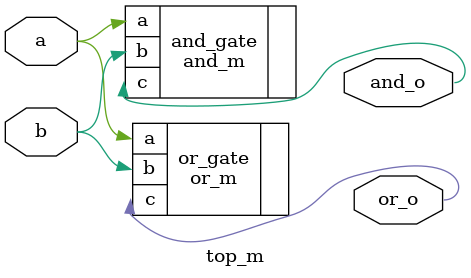
<source format=v>

/* and_or.tb.v */


`ifdef LINTER
    `include "cores/and/rtl/and.v"
    `include "cores/or/rtl/or.v"
`endif


module top_m (
    input       a, b,
    output wire and_o, or_o
);

    and_m and_gate (
        .a(a),
        .b(b),
        .c(and_o)
    );

    or_m or_gate (
        .a(a),
        .b(b),
        .c(or_o)
    );

endmodule

</source>
